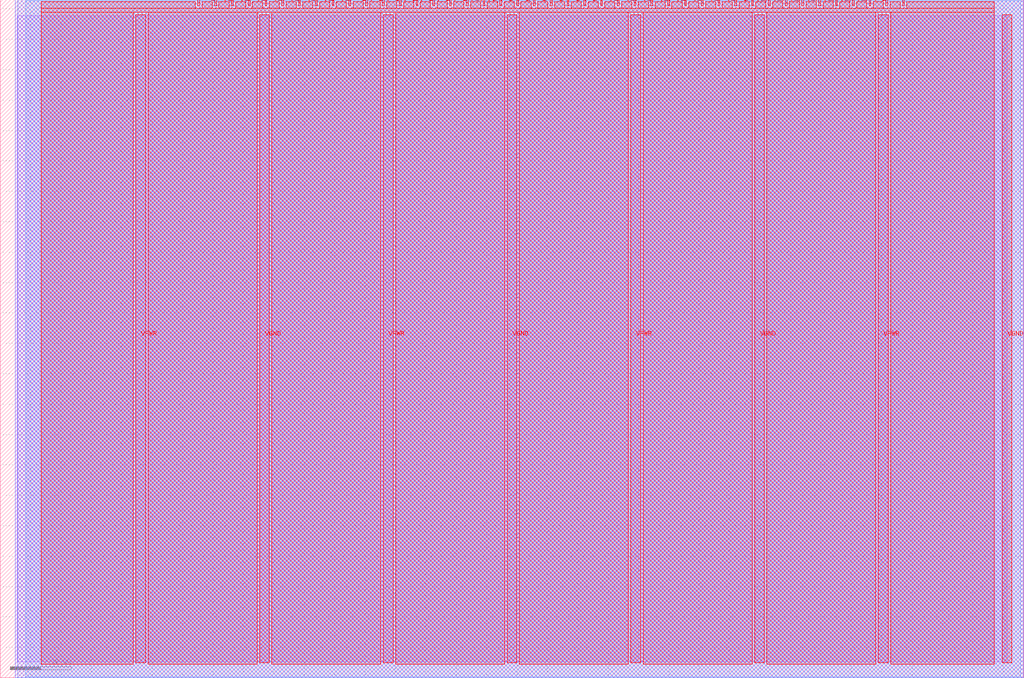
<source format=lef>
VERSION 5.7 ;
  NOWIREEXTENSIONATPIN ON ;
  DIVIDERCHAR "/" ;
  BUSBITCHARS "[]" ;
MACRO tt_um_top_mole99
  CLASS BLOCK ;
  FOREIGN tt_um_top_mole99 ;
  ORIGIN 0.000 0.000 ;
  SIZE 168.360 BY 111.520 ;
  PIN VGND
    DIRECTION INOUT ;
    USE GROUND ;
    PORT
      LAYER met4 ;
        RECT 42.670 2.480 44.270 109.040 ;
    END
    PORT
      LAYER met4 ;
        RECT 83.380 2.480 84.980 109.040 ;
    END
    PORT
      LAYER met4 ;
        RECT 124.090 2.480 125.690 109.040 ;
    END
    PORT
      LAYER met4 ;
        RECT 164.800 2.480 166.400 109.040 ;
    END
  END VGND
  PIN VPWR
    DIRECTION INOUT ;
    USE POWER ;
    PORT
      LAYER met4 ;
        RECT 22.315 2.480 23.915 109.040 ;
    END
    PORT
      LAYER met4 ;
        RECT 63.025 2.480 64.625 109.040 ;
    END
    PORT
      LAYER met4 ;
        RECT 103.735 2.480 105.335 109.040 ;
    END
    PORT
      LAYER met4 ;
        RECT 144.445 2.480 146.045 109.040 ;
    END
  END VPWR
  PIN clk
    DIRECTION INPUT ;
    USE SIGNAL ;
    ANTENNAGATEAREA 0.852000 ;
    PORT
      LAYER met4 ;
        RECT 145.670 110.520 145.970 111.520 ;
    END
  END clk
  PIN ena
    DIRECTION INPUT ;
    USE SIGNAL ;
    ANTENNAGATEAREA 0.196500 ;
    PORT
      LAYER met4 ;
        RECT 148.430 110.520 148.730 111.520 ;
    END
  END ena
  PIN rst_n
    DIRECTION INPUT ;
    USE SIGNAL ;
    ANTENNAGATEAREA 0.196500 ;
    PORT
      LAYER met4 ;
        RECT 142.910 110.520 143.210 111.520 ;
    END
  END rst_n
  PIN ui_in[0]
    DIRECTION INPUT ;
    USE SIGNAL ;
    PORT
      LAYER met4 ;
        RECT 140.150 110.520 140.450 111.520 ;
    END
  END ui_in[0]
  PIN ui_in[1]
    DIRECTION INPUT ;
    USE SIGNAL ;
    PORT
      LAYER met4 ;
        RECT 137.390 110.520 137.690 111.520 ;
    END
  END ui_in[1]
  PIN ui_in[2]
    DIRECTION INPUT ;
    USE SIGNAL ;
    PORT
      LAYER met4 ;
        RECT 134.630 110.520 134.930 111.520 ;
    END
  END ui_in[2]
  PIN ui_in[3]
    DIRECTION INPUT ;
    USE SIGNAL ;
    PORT
      LAYER met4 ;
        RECT 131.870 110.520 132.170 111.520 ;
    END
  END ui_in[3]
  PIN ui_in[4]
    DIRECTION INPUT ;
    USE SIGNAL ;
    PORT
      LAYER met4 ;
        RECT 129.110 110.520 129.410 111.520 ;
    END
  END ui_in[4]
  PIN ui_in[5]
    DIRECTION INPUT ;
    USE SIGNAL ;
    PORT
      LAYER met4 ;
        RECT 126.350 110.520 126.650 111.520 ;
    END
  END ui_in[5]
  PIN ui_in[6]
    DIRECTION INPUT ;
    USE SIGNAL ;
    PORT
      LAYER met4 ;
        RECT 123.590 110.520 123.890 111.520 ;
    END
  END ui_in[6]
  PIN ui_in[7]
    DIRECTION INPUT ;
    USE SIGNAL ;
    PORT
      LAYER met4 ;
        RECT 120.830 110.520 121.130 111.520 ;
    END
  END ui_in[7]
  PIN uio_in[0]
    DIRECTION INPUT ;
    USE SIGNAL ;
    ANTENNAGATEAREA 0.196500 ;
    PORT
      LAYER met4 ;
        RECT 118.070 110.520 118.370 111.520 ;
    END
  END uio_in[0]
  PIN uio_in[1]
    DIRECTION INPUT ;
    USE SIGNAL ;
    ANTENNAGATEAREA 0.196500 ;
    PORT
      LAYER met4 ;
        RECT 115.310 110.520 115.610 111.520 ;
    END
  END uio_in[1]
  PIN uio_in[2]
    DIRECTION INPUT ;
    USE SIGNAL ;
    PORT
      LAYER met4 ;
        RECT 112.550 110.520 112.850 111.520 ;
    END
  END uio_in[2]
  PIN uio_in[3]
    DIRECTION INPUT ;
    USE SIGNAL ;
    ANTENNAGATEAREA 0.196500 ;
    PORT
      LAYER met4 ;
        RECT 109.790 110.520 110.090 111.520 ;
    END
  END uio_in[3]
  PIN uio_in[4]
    DIRECTION INPUT ;
    USE SIGNAL ;
    PORT
      LAYER met4 ;
        RECT 107.030 110.520 107.330 111.520 ;
    END
  END uio_in[4]
  PIN uio_in[5]
    DIRECTION INPUT ;
    USE SIGNAL ;
    PORT
      LAYER met4 ;
        RECT 104.270 110.520 104.570 111.520 ;
    END
  END uio_in[5]
  PIN uio_in[6]
    DIRECTION INPUT ;
    USE SIGNAL ;
    PORT
      LAYER met4 ;
        RECT 101.510 110.520 101.810 111.520 ;
    END
  END uio_in[6]
  PIN uio_in[7]
    DIRECTION INPUT ;
    USE SIGNAL ;
    PORT
      LAYER met4 ;
        RECT 98.750 110.520 99.050 111.520 ;
    END
  END uio_in[7]
  PIN uio_oe[0]
    DIRECTION OUTPUT TRISTATE ;
    USE SIGNAL ;
    PORT
      LAYER met4 ;
        RECT 51.830 110.520 52.130 111.520 ;
    END
  END uio_oe[0]
  PIN uio_oe[1]
    DIRECTION OUTPUT TRISTATE ;
    USE SIGNAL ;
    PORT
      LAYER met4 ;
        RECT 49.070 110.520 49.370 111.520 ;
    END
  END uio_oe[1]
  PIN uio_oe[2]
    DIRECTION OUTPUT TRISTATE ;
    USE SIGNAL ;
    PORT
      LAYER met4 ;
        RECT 46.310 110.520 46.610 111.520 ;
    END
  END uio_oe[2]
  PIN uio_oe[3]
    DIRECTION OUTPUT TRISTATE ;
    USE SIGNAL ;
    PORT
      LAYER met4 ;
        RECT 43.550 110.520 43.850 111.520 ;
    END
  END uio_oe[3]
  PIN uio_oe[4]
    DIRECTION OUTPUT TRISTATE ;
    USE SIGNAL ;
    PORT
      LAYER met4 ;
        RECT 40.790 110.520 41.090 111.520 ;
    END
  END uio_oe[4]
  PIN uio_oe[5]
    DIRECTION OUTPUT TRISTATE ;
    USE SIGNAL ;
    PORT
      LAYER met4 ;
        RECT 38.030 110.520 38.330 111.520 ;
    END
  END uio_oe[5]
  PIN uio_oe[6]
    DIRECTION OUTPUT TRISTATE ;
    USE SIGNAL ;
    PORT
      LAYER met4 ;
        RECT 35.270 110.520 35.570 111.520 ;
    END
  END uio_oe[6]
  PIN uio_oe[7]
    DIRECTION OUTPUT TRISTATE ;
    USE SIGNAL ;
    PORT
      LAYER met4 ;
        RECT 32.510 110.520 32.810 111.520 ;
    END
  END uio_oe[7]
  PIN uio_out[0]
    DIRECTION OUTPUT TRISTATE ;
    USE SIGNAL ;
    PORT
      LAYER met4 ;
        RECT 73.910 110.520 74.210 111.520 ;
    END
  END uio_out[0]
  PIN uio_out[1]
    DIRECTION OUTPUT TRISTATE ;
    USE SIGNAL ;
    PORT
      LAYER met4 ;
        RECT 71.150 110.520 71.450 111.520 ;
    END
  END uio_out[1]
  PIN uio_out[2]
    DIRECTION OUTPUT TRISTATE ;
    USE SIGNAL ;
    ANTENNADIFFAREA 0.795200 ;
    PORT
      LAYER met4 ;
        RECT 68.390 110.520 68.690 111.520 ;
    END
  END uio_out[2]
  PIN uio_out[3]
    DIRECTION OUTPUT TRISTATE ;
    USE SIGNAL ;
    PORT
      LAYER met4 ;
        RECT 65.630 110.520 65.930 111.520 ;
    END
  END uio_out[3]
  PIN uio_out[4]
    DIRECTION OUTPUT TRISTATE ;
    USE SIGNAL ;
    ANTENNADIFFAREA 0.795200 ;
    PORT
      LAYER met4 ;
        RECT 62.870 110.520 63.170 111.520 ;
    END
  END uio_out[4]
  PIN uio_out[5]
    DIRECTION OUTPUT TRISTATE ;
    USE SIGNAL ;
    ANTENNADIFFAREA 0.445500 ;
    PORT
      LAYER met4 ;
        RECT 60.110 110.520 60.410 111.520 ;
    END
  END uio_out[5]
  PIN uio_out[6]
    DIRECTION OUTPUT TRISTATE ;
    USE SIGNAL ;
    PORT
      LAYER met4 ;
        RECT 57.350 110.520 57.650 111.520 ;
    END
  END uio_out[6]
  PIN uio_out[7]
    DIRECTION OUTPUT TRISTATE ;
    USE SIGNAL ;
    PORT
      LAYER met4 ;
        RECT 54.590 110.520 54.890 111.520 ;
    END
  END uio_out[7]
  PIN uo_out[0]
    DIRECTION OUTPUT TRISTATE ;
    USE SIGNAL ;
    ANTENNADIFFAREA 0.911000 ;
    PORT
      LAYER met4 ;
        RECT 95.990 110.520 96.290 111.520 ;
    END
  END uo_out[0]
  PIN uo_out[1]
    DIRECTION OUTPUT TRISTATE ;
    USE SIGNAL ;
    ANTENNADIFFAREA 0.911000 ;
    PORT
      LAYER met4 ;
        RECT 93.230 110.520 93.530 111.520 ;
    END
  END uo_out[1]
  PIN uo_out[2]
    DIRECTION OUTPUT TRISTATE ;
    USE SIGNAL ;
    ANTENNADIFFAREA 0.911000 ;
    PORT
      LAYER met4 ;
        RECT 90.470 110.520 90.770 111.520 ;
    END
  END uo_out[2]
  PIN uo_out[3]
    DIRECTION OUTPUT TRISTATE ;
    USE SIGNAL ;
    ANTENNADIFFAREA 0.795200 ;
    PORT
      LAYER met4 ;
        RECT 87.710 110.520 88.010 111.520 ;
    END
  END uo_out[3]
  PIN uo_out[4]
    DIRECTION OUTPUT TRISTATE ;
    USE SIGNAL ;
    ANTENNADIFFAREA 0.911000 ;
    PORT
      LAYER met4 ;
        RECT 84.950 110.520 85.250 111.520 ;
    END
  END uo_out[4]
  PIN uo_out[5]
    DIRECTION OUTPUT TRISTATE ;
    USE SIGNAL ;
    ANTENNADIFFAREA 0.911000 ;
    PORT
      LAYER met4 ;
        RECT 82.190 110.520 82.490 111.520 ;
    END
  END uo_out[5]
  PIN uo_out[6]
    DIRECTION OUTPUT TRISTATE ;
    USE SIGNAL ;
    ANTENNADIFFAREA 0.911000 ;
    PORT
      LAYER met4 ;
        RECT 79.430 110.520 79.730 111.520 ;
    END
  END uo_out[6]
  PIN uo_out[7]
    DIRECTION OUTPUT TRISTATE ;
    USE SIGNAL ;
    ANTENNADIFFAREA 0.795200 ;
    PORT
      LAYER met4 ;
        RECT 76.670 110.520 76.970 111.520 ;
    END
  END uo_out[7]
  OBS
      LAYER li1 ;
        RECT 2.760 2.635 165.600 108.885 ;
      LAYER met1 ;
        RECT 2.460 0.040 168.290 111.480 ;
      LAYER met2 ;
        RECT 2.860 0.010 168.260 111.510 ;
      LAYER met3 ;
        RECT 4.205 0.175 167.835 111.345 ;
      LAYER met4 ;
        RECT 6.735 110.120 32.110 111.170 ;
        RECT 33.210 110.120 34.870 111.170 ;
        RECT 35.970 110.120 37.630 111.170 ;
        RECT 38.730 110.120 40.390 111.170 ;
        RECT 41.490 110.120 43.150 111.170 ;
        RECT 44.250 110.120 45.910 111.170 ;
        RECT 47.010 110.120 48.670 111.170 ;
        RECT 49.770 110.120 51.430 111.170 ;
        RECT 52.530 110.120 54.190 111.170 ;
        RECT 55.290 110.120 56.950 111.170 ;
        RECT 58.050 110.120 59.710 111.170 ;
        RECT 60.810 110.120 62.470 111.170 ;
        RECT 63.570 110.120 65.230 111.170 ;
        RECT 66.330 110.120 67.990 111.170 ;
        RECT 69.090 110.120 70.750 111.170 ;
        RECT 71.850 110.120 73.510 111.170 ;
        RECT 74.610 110.120 76.270 111.170 ;
        RECT 77.370 110.120 79.030 111.170 ;
        RECT 80.130 110.120 81.790 111.170 ;
        RECT 82.890 110.120 84.550 111.170 ;
        RECT 85.650 110.120 87.310 111.170 ;
        RECT 88.410 110.120 90.070 111.170 ;
        RECT 91.170 110.120 92.830 111.170 ;
        RECT 93.930 110.120 95.590 111.170 ;
        RECT 96.690 110.120 98.350 111.170 ;
        RECT 99.450 110.120 101.110 111.170 ;
        RECT 102.210 110.120 103.870 111.170 ;
        RECT 104.970 110.120 106.630 111.170 ;
        RECT 107.730 110.120 109.390 111.170 ;
        RECT 110.490 110.120 112.150 111.170 ;
        RECT 113.250 110.120 114.910 111.170 ;
        RECT 116.010 110.120 117.670 111.170 ;
        RECT 118.770 110.120 120.430 111.170 ;
        RECT 121.530 110.120 123.190 111.170 ;
        RECT 124.290 110.120 125.950 111.170 ;
        RECT 127.050 110.120 128.710 111.170 ;
        RECT 129.810 110.120 131.470 111.170 ;
        RECT 132.570 110.120 134.230 111.170 ;
        RECT 135.330 110.120 136.990 111.170 ;
        RECT 138.090 110.120 139.750 111.170 ;
        RECT 140.850 110.120 142.510 111.170 ;
        RECT 143.610 110.120 145.270 111.170 ;
        RECT 146.370 110.120 148.030 111.170 ;
        RECT 149.130 110.120 163.465 111.170 ;
        RECT 6.735 109.440 163.465 110.120 ;
        RECT 6.735 2.215 21.915 109.440 ;
        RECT 24.315 2.215 42.270 109.440 ;
        RECT 44.670 2.215 62.625 109.440 ;
        RECT 65.025 2.215 82.980 109.440 ;
        RECT 85.380 2.215 103.335 109.440 ;
        RECT 105.735 2.215 123.690 109.440 ;
        RECT 126.090 2.215 144.045 109.440 ;
        RECT 146.445 2.215 163.465 109.440 ;
  END
END tt_um_top_mole99
END LIBRARY


</source>
